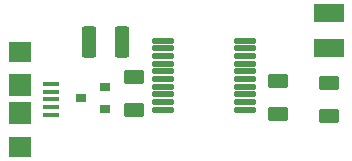
<source format=gtp>
%TF.GenerationSoftware,KiCad,Pcbnew,(5.99.0-6951-g72beaf1538)*%
%TF.CreationDate,2020-11-29T14:33:23+11:00*%
%TF.ProjectId,contact-block-v4,636f6e74-6163-4742-9d62-6c6f636b2d76,rev?*%
%TF.SameCoordinates,Original*%
%TF.FileFunction,Paste,Top*%
%TF.FilePolarity,Positive*%
%FSLAX46Y46*%
G04 Gerber Fmt 4.6, Leading zero omitted, Abs format (unit mm)*
G04 Created by KiCad (PCBNEW (5.99.0-6951-g72beaf1538)) date 2020-11-29 14:33:23*
%MOMM*%
%LPD*%
G01*
G04 APERTURE LIST*
G04 Aperture macros list*
%AMRoundRect*
0 Rectangle with rounded corners*
0 $1 Rounding radius*
0 $2 $3 $4 $5 $6 $7 $8 $9 X,Y pos of 4 corners*
0 Add a 4 corners polygon primitive as box body*
4,1,4,$2,$3,$4,$5,$6,$7,$8,$9,$2,$3,0*
0 Add four circle primitives for the rounded corners*
1,1,$1+$1,$2,$3,0*
1,1,$1+$1,$4,$5,0*
1,1,$1+$1,$6,$7,0*
1,1,$1+$1,$8,$9,0*
0 Add four rect primitives between the rounded corners*
20,1,$1+$1,$2,$3,$4,$5,0*
20,1,$1+$1,$4,$5,$6,$7,0*
20,1,$1+$1,$6,$7,$8,$9,0*
20,1,$1+$1,$8,$9,$2,$3,0*%
G04 Aperture macros list end*
%ADD10R,1.350000X0.400000*%
%ADD11R,1.900000X1.800000*%
%ADD12R,1.900000X1.900000*%
%ADD13RoundRect,0.250000X-0.625000X0.375000X-0.625000X-0.375000X0.625000X-0.375000X0.625000X0.375000X0*%
%ADD14R,0.900000X0.800000*%
%ADD15RoundRect,0.125000X0.825000X0.125000X-0.825000X0.125000X-0.825000X-0.125000X0.825000X-0.125000X0*%
%ADD16RoundRect,0.250000X0.625000X-0.375000X0.625000X0.375000X-0.625000X0.375000X-0.625000X-0.375000X0*%
%ADD17R,2.600000X1.500000*%
%ADD18RoundRect,0.250000X-0.375000X-1.075000X0.375000X-1.075000X0.375000X1.075000X-0.375000X1.075000X0*%
G04 APERTURE END LIST*
D10*
%TO.C,J1*%
X100338000Y-85441000D03*
X100338000Y-86091000D03*
X100338000Y-86741000D03*
X100338000Y-87391000D03*
X100338000Y-88041000D03*
D11*
X97663000Y-82741000D03*
D12*
X97663000Y-85541000D03*
X97663000Y-87941000D03*
D11*
X97663000Y-90741000D03*
%TD*%
D13*
%TO.C,R1*%
X123825000Y-85341000D03*
X123825000Y-88141000D03*
%TD*%
D14*
%TO.C,D2*%
X104886000Y-87564000D03*
X104886000Y-85664000D03*
X102886000Y-86614000D03*
%TD*%
D15*
%TO.C,U1*%
X116784000Y-87634000D03*
X116784000Y-86984000D03*
X116784000Y-86334000D03*
X116784000Y-85684000D03*
X116784000Y-85034000D03*
X116784000Y-84384000D03*
X116784000Y-83734000D03*
X116784000Y-83084000D03*
X116784000Y-82434000D03*
X116784000Y-81784000D03*
X109784000Y-81784000D03*
X109784000Y-82434000D03*
X109784000Y-83084000D03*
X109784000Y-83734000D03*
X109784000Y-84384000D03*
X109784000Y-85034000D03*
X109784000Y-85684000D03*
X109784000Y-86334000D03*
X109784000Y-86984000D03*
X109784000Y-87634000D03*
%TD*%
D16*
%TO.C,C2*%
X119507000Y-88011000D03*
X119507000Y-85211000D03*
%TD*%
D17*
%TO.C,D1*%
X123825000Y-82399000D03*
X123825000Y-79399000D03*
%TD*%
D13*
%TO.C,C1*%
X107315000Y-84833000D03*
X107315000Y-87633000D03*
%TD*%
D18*
%TO.C,C3*%
X103502000Y-81915000D03*
X106302000Y-81915000D03*
%TD*%
M02*

</source>
